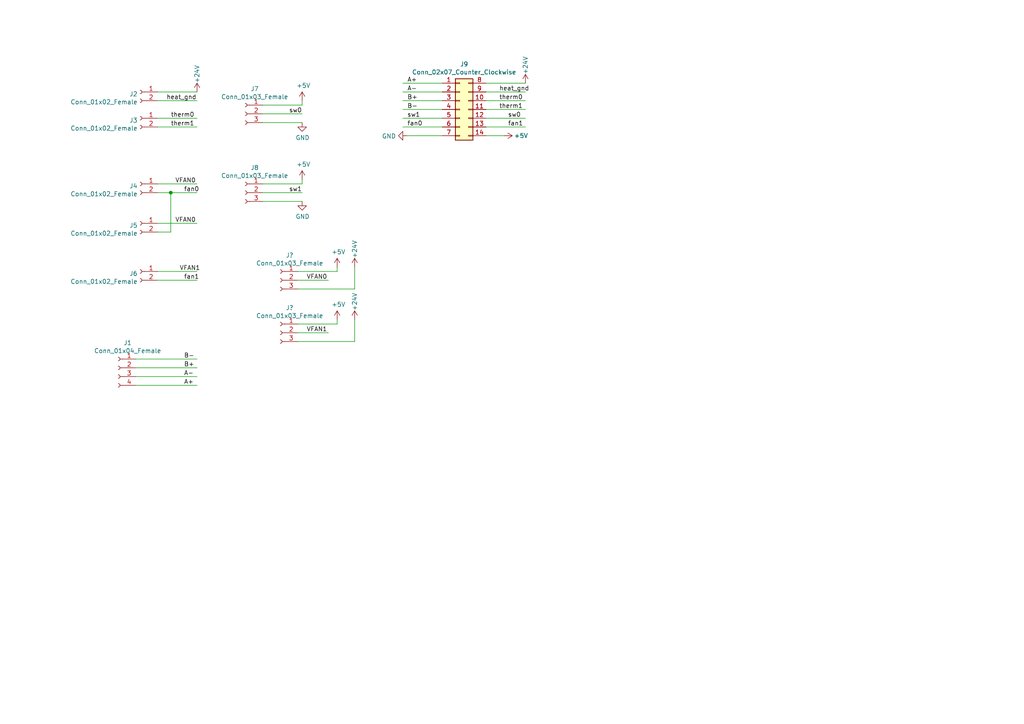
<source format=kicad_sch>
(kicad_sch (version 20211123) (generator eeschema)
  (paper "A4")
  (lib_symbols
    (symbol "Connector:Conn_01x02_Female" (pin_names (offset 1.016) hide)
      (property "Reference" "J" (at 0 2.54 0))
      (property "Value" "Conn_01x02_Female" (at 0 -5.08 0))
      (symbol "Conn_01x02_Female_1_1"
        (arc (start 0 -2.032) (mid -0.508 -2.54) (end 0 -3.048) (stroke (width 0.1524)))
        (polyline (pts (xy -1.27 -2.54) (xy -0.508 -2.54)) (stroke (width 0.1524)))
        (polyline (pts (xy -1.27 0) (xy -0.508 0)) (stroke (width 0.1524)))
        (arc (start 0 0.508) (mid -0.508 0) (end 0 -0.508) (stroke (width 0.1524)))
        (pin passive line (at -5.08 0 0) (length 3.81) (name "Pin_1") (number "1"))
        (pin passive line (at -5.08 -2.54 0) (length 3.81) (name "Pin_2") (number "2"))
      )
    )
    (symbol "Connector:Conn_01x03_Female" (pin_names (offset 1.016) hide)
      (property "Reference" "J" (at 0 5.08 0))
      (property "Value" "Conn_01x03_Female" (at 0 -5.08 0))
      (symbol "Conn_01x03_Female_1_1"
        (arc (start 0 -2.032) (mid -0.508 -2.54) (end 0 -3.048) (stroke (width 0.1524)))
        (polyline (pts (xy -1.27 -2.54) (xy -0.508 -2.54)) (stroke (width 0.1524)))
        (polyline (pts (xy -1.27 0) (xy -0.508 0)) (stroke (width 0.1524)))
        (polyline (pts (xy -1.27 2.54) (xy -0.508 2.54)) (stroke (width 0.1524)))
        (arc (start 0 0.508) (mid -0.508 0) (end 0 -0.508) (stroke (width 0.1524)))
        (arc (start 0 3.048) (mid -0.508 2.54) (end 0 2.032) (stroke (width 0.1524)))
        (pin passive line (at -5.08 2.54 0) (length 3.81) (name "Pin_1") (number "1"))
        (pin passive line (at -5.08 0 0) (length 3.81) (name "Pin_2") (number "2"))
        (pin passive line (at -5.08 -2.54 0) (length 3.81) (name "Pin_3") (number "3"))
      )
    )
    (symbol "Connector:Conn_01x04_Female" (pin_names (offset 1.016) hide)
      (property "Reference" "J" (at 0 5.08 0))
      (property "Value" "Conn_01x04_Female" (at 0 -7.62 0))
      (symbol "Conn_01x04_Female_1_1"
        (arc (start 0 -4.572) (mid -0.508 -5.08) (end 0 -5.588) (stroke (width 0.1524)))
        (arc (start 0 -2.032) (mid -0.508 -2.54) (end 0 -3.048) (stroke (width 0.1524)))
        (polyline (pts (xy -1.27 -5.08) (xy -0.508 -5.08)) (stroke (width 0.1524)))
        (polyline (pts (xy -1.27 -2.54) (xy -0.508 -2.54)) (stroke (width 0.1524)))
        (polyline (pts (xy -1.27 0) (xy -0.508 0)) (stroke (width 0.1524)))
        (polyline (pts (xy -1.27 2.54) (xy -0.508 2.54)) (stroke (width 0.1524)))
        (arc (start 0 0.508) (mid -0.508 0) (end 0 -0.508) (stroke (width 0.1524)))
        (arc (start 0 3.048) (mid -0.508 2.54) (end 0 2.032) (stroke (width 0.1524)))
        (pin passive line (at -5.08 2.54 0) (length 3.81) (name "Pin_1") (number "1"))
        (pin passive line (at -5.08 0 0) (length 3.81) (name "Pin_2") (number "2"))
        (pin passive line (at -5.08 -2.54 0) (length 3.81) (name "Pin_3") (number "3"))
        (pin passive line (at -5.08 -5.08 0) (length 3.81) (name "Pin_4") (number "4"))
      )
    )
    (symbol "Connector_Generic:Conn_02x07_Top_Bottom" (pin_names (offset 1.016) hide)
      (property "Reference" "J" (at 1.27 10.16 0))
      (property "Value" "Conn_02x07_Top_Bottom" (at 1.27 -10.16 0))
      (symbol "Conn_02x07_Top_Bottom_1_1"
        (rectangle (start -1.27 -7.493) (end 0 -7.747) (stroke (width 0.1524)))
        (rectangle (start -1.27 -4.953) (end 0 -5.207) (stroke (width 0.1524)))
        (rectangle (start -1.27 -2.413) (end 0 -2.667) (stroke (width 0.1524)))
        (rectangle (start -1.27 0.127) (end 0 -0.127) (stroke (width 0.1524)))
        (rectangle (start -1.27 2.667) (end 0 2.413) (stroke (width 0.1524)))
        (rectangle (start -1.27 5.207) (end 0 4.953) (stroke (width 0.1524)))
        (rectangle (start -1.27 7.747) (end 0 7.493) (stroke (width 0.1524)))
        (rectangle (start -1.27 8.89) (end 3.81 -8.89) (stroke (width 0.254)) (fill (type background)))
        (rectangle (start 3.81 -7.493) (end 2.54 -7.747) (stroke (width 0.1524)))
        (rectangle (start 3.81 -4.953) (end 2.54 -5.207) (stroke (width 0.1524)))
        (rectangle (start 3.81 -2.413) (end 2.54 -2.667) (stroke (width 0.1524)))
        (rectangle (start 3.81 0.127) (end 2.54 -0.127) (stroke (width 0.1524)))
        (rectangle (start 3.81 2.667) (end 2.54 2.413) (stroke (width 0.1524)))
        (rectangle (start 3.81 5.207) (end 2.54 4.953) (stroke (width 0.1524)))
        (rectangle (start 3.81 7.747) (end 2.54 7.493) (stroke (width 0.1524)))
        (pin passive line (at -5.08 7.62 0) (length 3.81) (name "Pin_1") (number "1"))
        (pin passive line (at 7.62 2.54 180) (length 3.81) (name "Pin_10") (number "10"))
        (pin passive line (at 7.62 0 180) (length 3.81) (name "Pin_11") (number "11"))
        (pin passive line (at 7.62 -2.54 180) (length 3.81) (name "Pin_12") (number "12"))
        (pin passive line (at 7.62 -5.08 180) (length 3.81) (name "Pin_13") (number "13"))
        (pin passive line (at 7.62 -7.62 180) (length 3.81) (name "Pin_14") (number "14"))
        (pin passive line (at -5.08 5.08 0) (length 3.81) (name "Pin_2") (number "2"))
        (pin passive line (at -5.08 2.54 0) (length 3.81) (name "Pin_3") (number "3"))
        (pin passive line (at -5.08 0 0) (length 3.81) (name "Pin_4") (number "4"))
        (pin passive line (at -5.08 -2.54 0) (length 3.81) (name "Pin_5") (number "5"))
        (pin passive line (at -5.08 -5.08 0) (length 3.81) (name "Pin_6") (number "6"))
        (pin passive line (at -5.08 -7.62 0) (length 3.81) (name "Pin_7") (number "7"))
        (pin passive line (at 7.62 7.62 180) (length 3.81) (name "Pin_8") (number "8"))
        (pin passive line (at 7.62 5.08 180) (length 3.81) (name "Pin_9") (number "9"))
      )
    )
    (symbol "power:+24V" (power) (pin_names (offset 0))
      (property "Value" "+24V" (at 0 3.556 0))
      (symbol "+24V_0_1"
        (polyline (pts (xy -0.762 1.27) (xy 0 2.54)))
        (polyline (pts (xy 0 0) (xy 0 2.54)))
        (polyline (pts (xy 0 2.54) (xy 0.762 1.27)))
      )
      (symbol "+24V_1_1"
        (pin power_in line (at 0 0 90) (length 0) hide (name "+24V") (number "1"))
      )
    )
    (symbol "power:+5V" (power) (pin_names (offset 0))
      (property "Value" "+5V" (at 0 3.556 0))
      (symbol "+5V_0_1"
        (polyline (pts (xy -0.762 1.27) (xy 0 2.54)))
        (polyline (pts (xy 0 0) (xy 0 2.54)))
        (polyline (pts (xy 0 2.54) (xy 0.762 1.27)))
      )
      (symbol "+5V_1_1"
        (pin power_in line (at 0 0 90) (length 0) hide (name "+5V") (number "1"))
      )
    )
    (symbol "power:GND" (power) (pin_names (offset 0))
      (property "Value" "GND" (at 0 -3.81 0))
      (symbol "GND_0_1"
        (polyline (pts (xy 0 0) (xy 0 -1.27) (xy 1.27 -1.27) (xy 0 -2.54) (xy -1.27 -1.27) (xy 0 -1.27)))
      )
      (symbol "GND_1_1"
        (pin power_in line (at 0 0 270) (length 0) hide (name "GND") (number "1"))
      )
    )
  )
  (junction (at 49.53 55.88))
  (wire (pts (xy 128.27 34.29) (xy 116.84 34.29)))
  (wire (pts (xy 140.97 29.21) (xy 152.4 29.21)))
  (wire (pts (xy 146.05 39.37) (xy 140.97 39.37)))
  (wire (pts (xy 39.37 104.14) (xy 57.15 104.14)))
  (wire (pts (xy 86.36 99.06) (xy 102.87 99.06)))
  (wire (pts (xy 76.2 55.88) (xy 87.63 55.88)))
  (wire (pts (xy 128.27 24.13) (xy 116.84 24.13)))
  (wire (pts (xy 128.27 39.37) (xy 118.11 39.37)))
  (wire (pts (xy 140.97 34.29) (xy 152.4 34.29)))
  (wire (pts (xy 76.2 35.56) (xy 87.63 35.56)))
  (wire (pts (xy 49.53 55.88) (xy 57.15 55.88)))
  (wire (pts (xy 45.72 78.74) (xy 57.15 78.74)))
  (wire (pts (xy 49.53 55.88) (xy 49.53 67.31)))
  (wire (pts (xy 86.36 81.28) (xy 95.25 81.28)))
  (wire (pts (xy 86.36 78.74) (xy 97.79 78.74)))
  (wire (pts (xy 86.36 83.82) (xy 102.87 83.82)))
  (wire (pts (xy 76.2 53.34) (xy 87.63 53.34)))
  (wire (pts (xy 39.37 109.22) (xy 57.15 109.22)))
  (wire (pts (xy 39.37 111.76) (xy 57.15 111.76)))
  (wire (pts (xy 45.72 67.31) (xy 49.53 67.31)))
  (wire (pts (xy 45.72 34.29) (xy 57.15 34.29)))
  (wire (pts (xy 45.72 81.28) (xy 57.15 81.28)))
  (wire (pts (xy 102.87 83.82) (xy 102.87 77.47)))
  (wire (pts (xy 140.97 26.67) (xy 152.4 26.67)))
  (wire (pts (xy 128.27 31.75) (xy 116.84 31.75)))
  (wire (pts (xy 45.72 53.34) (xy 57.15 53.34)))
  (wire (pts (xy 45.72 26.67) (xy 57.15 26.67)))
  (wire (pts (xy 86.36 93.98) (xy 97.79 93.98)))
  (wire (pts (xy 140.97 31.75) (xy 152.4 31.75)))
  (wire (pts (xy 140.97 36.83) (xy 152.4 36.83)))
  (wire (pts (xy 102.87 99.06) (xy 102.87 92.71)))
  (wire (pts (xy 45.72 36.83) (xy 57.15 36.83)))
  (wire (pts (xy 45.72 55.88) (xy 49.53 55.88)))
  (wire (pts (xy 39.37 106.68) (xy 57.15 106.68)))
  (wire (pts (xy 76.2 58.42) (xy 87.63 58.42)))
  (wire (pts (xy 128.27 29.21) (xy 116.84 29.21)))
  (wire (pts (xy 87.63 30.48) (xy 87.63 29.21)))
  (wire (pts (xy 140.97 24.13) (xy 152.4 24.13)))
  (wire (pts (xy 45.72 64.77) (xy 57.15 64.77)))
  (wire (pts (xy 76.2 33.02) (xy 87.63 33.02)))
  (wire (pts (xy 76.2 30.48) (xy 87.63 30.48)))
  (wire (pts (xy 97.79 92.71) (xy 97.79 93.98)))
  (wire (pts (xy 45.72 29.21) (xy 57.15 29.21)))
  (wire (pts (xy 128.27 26.67) (xy 116.84 26.67)))
  (wire (pts (xy 116.84 36.83) (xy 128.27 36.83)))
  (wire (pts (xy 86.36 96.52) (xy 95.25 96.52)))
  (wire (pts (xy 97.79 77.47) (xy 97.79 78.74)))
  (wire (pts (xy 87.63 53.34) (xy 87.63 52.07)))
  (label "therm1" (at 144.78 31.75 0))
  (label "B+" (at 53.34 106.68 0))
  (label "fan1" (at 53.34 81.28 0))
  (label "sw0" (at 147.32 34.29 0))
  (label "VFAN0" (at 50.8 64.77 0))
  (label "therm0" (at 144.78 29.21 0))
  (label "sw0" (at 83.82 33.02 0))
  (label "therm1" (at 49.53 36.83 0))
  (label "A-" (at 118.11 26.67 0))
  (label "fan0" (at 53.34 55.88 0))
  (label "VFAN1" (at 52.07 78.74 0))
  (label "sw1" (at 83.82 55.88 0))
  (label "A+" (at 53.34 111.76 0))
  (label "sw1" (at 118.11 34.29 0))
  (label "therm0" (at 49.53 34.29 0))
  (label "fan1" (at 147.32 36.83 0))
  (label "fan0" (at 118.11 36.83 0))
  (label "B-" (at 118.11 31.75 0))
  (label "B+" (at 118.11 29.21 0))
  (label "A+" (at 118.11 24.13 0))
  (label "A-" (at 53.34 109.22 0))
  (label "heat_gnd" (at 48.26 29.21 0))
  (label "VFAN0" (at 88.9 81.28 0))
  (label "VFAN1" (at 88.9 96.52 0))
  (label "VFAN0" (at 50.8 53.34 0))
  (label "B-" (at 53.34 104.14 0))
  (label "heat_gnd" (at 144.78 26.67 0))
  (symbol (lib_id "Connector:Conn_01x02_Female") (at 40.64 53.34 0) (mirror y) (unit 1)
    (property "Reference" "J4" (at 39.9288 53.9496 0) (effects (justify left)))
    (property "Value" "Conn_01x02_Female" (at 39.9288 56.261 0) (effects (justify left)))
    (property "Footprint" "Connector_JST:JST_PH_B2B-PH-K_1x02_P2.00mm_Vertical" (effects hide))
  )
  (symbol (lib_id "Connector:Conn_01x02_Female") (at 40.64 64.77 0) (mirror y) (unit 1)
    (property "Reference" "J5" (at 39.9288 65.3796 0) (effects (justify left)))
    (property "Value" "Conn_01x02_Female" (at 39.9288 67.691 0) (effects (justify left)))
    (property "Footprint" "Connector_JST:JST_PH_B2B-PH-K_1x02_P2.00mm_Vertical" (effects hide))
  )
  (symbol (lib_id "Connector:Conn_01x02_Female") (at 40.64 78.74 0) (mirror y) (unit 1)
    (property "Reference" "J6" (at 39.9288 79.3496 0) (effects (justify left)))
    (property "Value" "Conn_01x02_Female" (at 39.9288 81.661 0) (effects (justify left)))
    (property "Footprint" "Connector_JST:JST_PH_B2B-PH-K_1x02_P2.00mm_Vertical" (effects hide))
  )
  (symbol (lib_id "Connector:Conn_01x02_Female") (at 40.64 26.67 0) (mirror y) (unit 1)
    (property "Reference" "J2" (at 39.9288 27.2796 0) (effects (justify left)))
    (property "Value" "Conn_01x02_Female" (at 39.9288 29.591 0) (effects (justify left)))
    (property "Footprint" "Connector_Molex:Molex_Micro-Fit_3.0_43045-0200_2x01_P3.00mm_Horizontal" (effects hide))
  )
  (symbol (lib_id "Connector:Conn_01x02_Female") (at 40.64 34.29 0) (mirror y) (unit 1)
    (property "Reference" "J3" (at 39.9288 34.8996 0) (effects (justify left)))
    (property "Value" "Conn_01x02_Female" (at 39.9288 37.211 0) (effects (justify left)))
    (property "Footprint" "Connector_JST:JST_PH_B2B-PH-K_1x02_P2.00mm_Vertical" (effects hide))
  )
  (symbol (lib_id "Connector:Conn_01x03_Female") (at 71.12 33.02 0) (mirror y) (unit 1)
    (property "Reference" "J7" (at 73.8632 25.781 0))
    (property "Value" "Conn_01x03_Female" (at 73.8632 28.0924 0))
    (property "Footprint" "Connector_JST:JST_PH_B3B-PH-K_1x03_P2.00mm_Vertical" (effects hide))
  )
  (symbol (lib_id "power:GND") (at 87.63 35.56 0) (unit 1)
    (property "Reference" "#PWR05" (effects hide))
    (property "Value" "GND" (at 87.757 39.9542 0))
  )
  (symbol (lib_id "Connector:Conn_01x04_Female") (at 34.29 106.68 0) (mirror y) (unit 1)
    (property "Reference" "J1" (at 37.0332 99.441 0))
    (property "Value" "Conn_01x04_Female" (at 37.0332 101.7524 0))
    (property "Footprint" "Connector_JST:JST_PH_B4B-PH-K_1x04_P2.00mm_Vertical" (effects hide))
  )
  (symbol (lib_id "power:+5V") (at 146.05 39.37 270) (unit 1)
    (property "Reference" "#PWR09" (effects hide))
    (property "Value" "+5V" (at 151.13 39.37 90))
  )
  (symbol (lib_id "Connector_Generic:Conn_02x07_Top_Bottom") (at 133.35 31.75 0) (unit 1)
    (property "Reference" "J9" (at 134.62 18.6182 0))
    (property "Value" "Conn_02x07_Counter_Clockwise" (at 134.62 20.9296 0))
    (property "Footprint" "Connector_Molex:Molex_Micro-Fit_3.0_43045-1400_2x07_P3.00mm_Horizontal" (effects hide))
  )
  (symbol (lib_id "power:GND") (at 118.11 39.37 270) (unit 1)
    (property "Reference" "#PWR08" (effects hide))
    (property "Value" "GND" (at 114.8588 39.497 90) (effects (justify right)))
  )
  (symbol (lib_id "power:+5V") (at 87.63 29.21 0) (unit 1)
    (property "Reference" "#PWR04" (effects hide))
    (property "Value" "+5V" (at 88.011 24.8158 0))
  )
  (symbol (lib_id "Connector:Conn_01x03_Female") (at 71.12 55.88 0) (mirror y) (unit 1)
    (property "Reference" "J8" (at 73.8632 48.641 0))
    (property "Value" "Conn_01x03_Female" (at 73.8632 50.9524 0))
    (property "Footprint" "Connector_JST:JST_PH_B3B-PH-K_1x03_P2.00mm_Vertical" (effects hide))
  )
  (symbol (lib_id "power:GND") (at 87.63 58.42 0) (unit 1)
    (property "Reference" "#PWR07" (effects hide))
    (property "Value" "GND" (at 87.757 62.8142 0))
  )
  (symbol (lib_id "power:+5V") (at 87.63 52.07 0) (unit 1)
    (property "Reference" "#PWR06" (effects hide))
    (property "Value" "+5V" (at 88.011 47.6758 0))
  )
  (symbol (lib_id "power:+24V") (at 152.4 24.13 0) (unit 1)
    (property "Reference" "#PWR?" (effects hide))
    (property "Value" "+24V" (at 152.4 21.59 90) (effects (justify left)))
  )
  (symbol (lib_id "power:+24V") (at 57.15 26.67 0) (unit 1)
    (property "Reference" "#PWR?" (effects hide))
    (property "Value" "+24V" (at 57.15 24.13 90) (effects (justify left)))
  )
  (symbol (lib_id "Connector:Conn_01x03_Female") (at 81.28 81.28 0) (mirror y) (unit 1)
    (property "Reference" "J?" (at 84.0232 74.041 0))
    (property "Value" "Conn_01x03_Female" (at 84.0232 76.3524 0))
    (property "Footprint" "Jumper:SolderJumper-3_P1.3mm_Bridged12_RoundedPad1.0x1.5mm_NumberLabels" (effects hide))
  )
  (symbol (lib_id "power:+5V") (at 97.79 77.47 0) (unit 1)
    (property "Reference" "#PWR?" (effects hide))
    (property "Value" "+5V" (at 98.171 73.0758 0))
  )
  (symbol (lib_id "power:+24V") (at 102.87 77.47 0) (unit 1)
    (property "Reference" "#PWR?" (effects hide))
    (property "Value" "+24V" (at 102.87 74.93 90) (effects (justify left)))
  )
  (symbol (lib_id "Connector:Conn_01x03_Female") (at 81.28 96.52 0) (mirror y) (unit 1)
    (property "Reference" "J?" (at 84.0232 89.281 0))
    (property "Value" "Conn_01x03_Female" (at 84.0232 91.5924 0))
    (property "Footprint" "Jumper:SolderJumper-3_P1.3mm_Bridged12_RoundedPad1.0x1.5mm_NumberLabels" (effects hide))
  )
  (symbol (lib_id "power:+5V") (at 97.79 92.71 0) (unit 1)
    (property "Reference" "#PWR?" (effects hide))
    (property "Value" "+5V" (at 98.171 88.3158 0))
  )
  (symbol (lib_id "power:+24V") (at 102.87 92.71 0) (unit 1)
    (property "Reference" "#PWR?" (effects hide))
    (property "Value" "+24V" (at 102.87 90.17 90) (effects (justify left)))
  )
)
</source>
